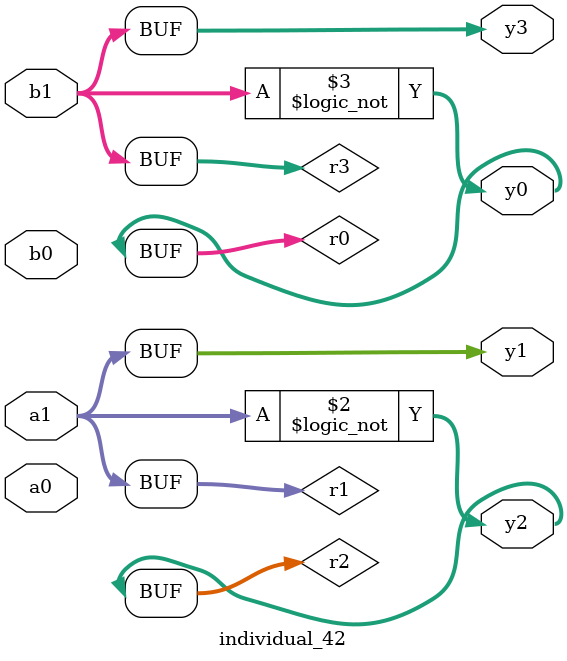
<source format=sv>
module individual_42(input logic [15:0] a1, input logic [15:0] a0, input logic [15:0] b1, input logic [15:0] b0, output logic [15:0] y3, output logic [15:0] y2, output logic [15:0] y1, output logic [15:0] y0);
logic [15:0] r0, r1, r2, r3; 
 always@(*) begin 
	 r0 = a0; r1 = a1; r2 = b0; r3 = b1; 
 	 r2 = ! a1 ;
 	 r0 = ! b1 ;
 	 y3 = r3; y2 = r2; y1 = r1; y0 = r0; 
end
endmodule
</source>
